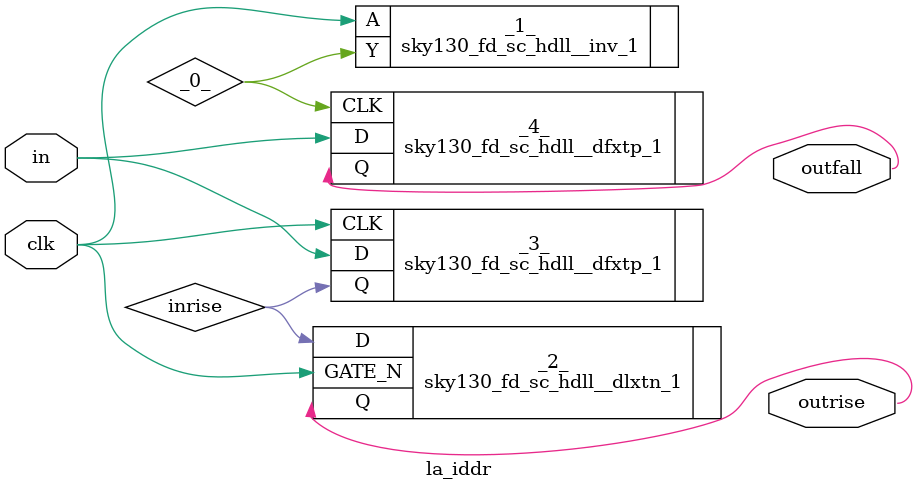
<source format=v>

/* Generated by Yosys 0.37 (git sha1 a5c7f69ed, clang 14.0.0-1ubuntu1.1 -fPIC -Os) */

module la_iddr(clk, in, outrise, outfall);
  wire _0_;
  input clk;
  wire clk;
  input in;
  wire in;
  wire inrise;
  output outfall;
  wire outfall;
  output outrise;
  wire outrise;
  sky130_fd_sc_hdll__inv_1 _1_ (
    .A(clk),
    .Y(_0_)
  );
  sky130_fd_sc_hdll__dlxtn_1 _2_ (
    .D(inrise),
    .GATE_N(clk),
    .Q(outrise)
  );
  sky130_fd_sc_hdll__dfxtp_1 _3_ (
    .CLK(clk),
    .D(in),
    .Q(inrise)
  );
  sky130_fd_sc_hdll__dfxtp_1 _4_ (
    .CLK(_0_),
    .D(in),
    .Q(outfall)
  );
endmodule

</source>
